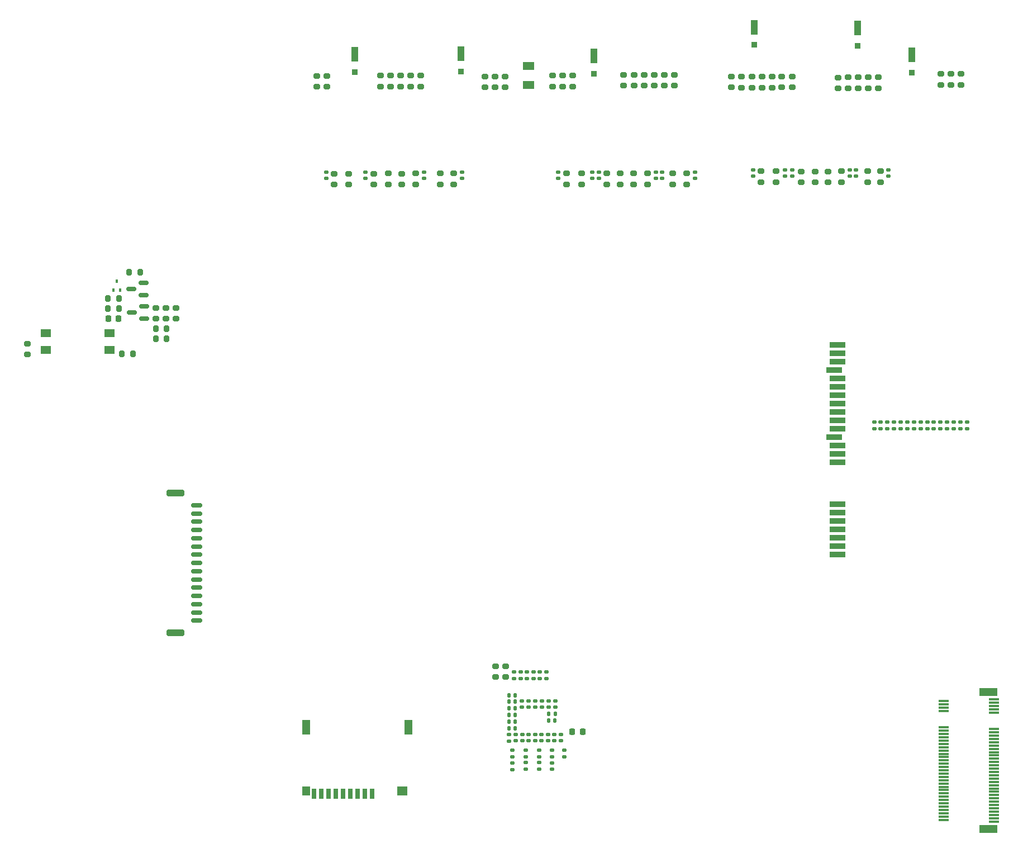
<source format=gbp>
G04 #@! TF.GenerationSoftware,KiCad,Pcbnew,8.0.0-rc1*
G04 #@! TF.CreationDate,2024-01-18T13:04:09+03:00*
G04 #@! TF.ProjectId,MXVR_3566,4d585652-5f33-4353-9636-2e6b69636164,REV1*
G04 #@! TF.SameCoordinates,Original*
G04 #@! TF.FileFunction,Paste,Bot*
G04 #@! TF.FilePolarity,Positive*
%FSLAX46Y46*%
G04 Gerber Fmt 4.6, Leading zero omitted, Abs format (unit mm)*
G04 Created by KiCad (PCBNEW 8.0.0-rc1) date 2024-01-18 13:04:09*
%MOMM*%
%LPD*%
G01*
G04 APERTURE LIST*
G04 Aperture macros list*
%AMRoundRect*
0 Rectangle with rounded corners*
0 $1 Rounding radius*
0 $2 $3 $4 $5 $6 $7 $8 $9 X,Y pos of 4 corners*
0 Add a 4 corners polygon primitive as box body*
4,1,4,$2,$3,$4,$5,$6,$7,$8,$9,$2,$3,0*
0 Add four circle primitives for the rounded corners*
1,1,$1+$1,$2,$3*
1,1,$1+$1,$4,$5*
1,1,$1+$1,$6,$7*
1,1,$1+$1,$8,$9*
0 Add four rect primitives between the rounded corners*
20,1,$1+$1,$2,$3,$4,$5,0*
20,1,$1+$1,$4,$5,$6,$7,0*
20,1,$1+$1,$6,$7,$8,$9,0*
20,1,$1+$1,$8,$9,$2,$3,0*%
G04 Aperture macros list end*
%ADD10RoundRect,0.135000X-0.185000X0.135000X-0.185000X-0.135000X0.185000X-0.135000X0.185000X0.135000X0*%
%ADD11RoundRect,0.140000X-0.170000X0.140000X-0.170000X-0.140000X0.170000X-0.140000X0.170000X0.140000X0*%
%ADD12RoundRect,0.140000X0.170000X-0.140000X0.170000X0.140000X-0.170000X0.140000X-0.170000X-0.140000X0*%
%ADD13RoundRect,0.200000X-0.275000X0.200000X-0.275000X-0.200000X0.275000X-0.200000X0.275000X0.200000X0*%
%ADD14RoundRect,0.150000X0.587500X0.150000X-0.587500X0.150000X-0.587500X-0.150000X0.587500X-0.150000X0*%
%ADD15RoundRect,0.200000X0.275000X-0.200000X0.275000X0.200000X-0.275000X0.200000X-0.275000X-0.200000X0*%
%ADD16R,1.120000X2.170000*%
%ADD17R,0.850000X0.850000*%
%ADD18RoundRect,0.135000X0.185000X-0.135000X0.185000X0.135000X-0.185000X0.135000X-0.185000X-0.135000X0*%
%ADD19RoundRect,0.218750X0.218750X0.256250X-0.218750X0.256250X-0.218750X-0.256250X0.218750X-0.256250X0*%
%ADD20RoundRect,0.140000X-0.140000X-0.170000X0.140000X-0.170000X0.140000X0.170000X-0.140000X0.170000X0*%
%ADD21RoundRect,0.140000X0.140000X0.170000X-0.140000X0.170000X-0.140000X-0.170000X0.140000X-0.170000X0*%
%ADD22RoundRect,0.200000X0.200000X0.275000X-0.200000X0.275000X-0.200000X-0.275000X0.200000X-0.275000X0*%
%ADD23R,0.700000X1.600000*%
%ADD24R,1.200000X1.400000*%
%ADD25R,1.200000X2.200000*%
%ADD26R,1.600000X1.400000*%
%ADD27R,1.800000X1.200000*%
%ADD28R,0.400000X0.510000*%
%ADD29R,1.550000X0.300000*%
%ADD30R,2.750000X1.200000*%
%ADD31RoundRect,0.150000X0.700000X-0.150000X0.700000X0.150000X-0.700000X0.150000X-0.700000X-0.150000X0*%
%ADD32RoundRect,0.250000X1.100000X-0.250000X1.100000X0.250000X-1.100000X0.250000X-1.100000X-0.250000X0*%
%ADD33R,2.400000X0.900000*%
%ADD34RoundRect,0.200000X-0.200000X-0.275000X0.200000X-0.275000X0.200000X0.275000X-0.200000X0.275000X0*%
%ADD35R,1.500000X1.250000*%
%ADD36RoundRect,0.225000X-0.225000X-0.250000X0.225000X-0.250000X0.225000X0.250000X-0.225000X0.250000X0*%
G04 APERTURE END LIST*
D10*
X187090000Y-93200000D03*
X187090000Y-94220000D03*
D11*
X139350000Y-55340000D03*
X139350000Y-56300000D03*
D12*
X134620000Y-141510000D03*
X134620000Y-140550000D03*
D13*
X108450000Y-55575000D03*
X108450000Y-57225000D03*
X116360000Y-55570000D03*
X116360000Y-57220000D03*
D11*
X119660000Y-55350000D03*
X119660000Y-56310000D03*
D10*
X191120000Y-93210000D03*
X191120000Y-94230000D03*
X196160000Y-93190000D03*
X196160000Y-94210000D03*
D12*
X128730000Y-141510000D03*
X128730000Y-140550000D03*
D14*
X71395000Y-72120000D03*
X71395000Y-74020000D03*
X69520000Y-73070000D03*
X71420000Y-75660000D03*
X71420000Y-77560000D03*
X69545000Y-76610000D03*
D11*
X133240000Y-144840000D03*
X133240000Y-145800000D03*
D15*
X53770000Y-83005000D03*
X53770000Y-81355000D03*
D11*
X104990000Y-55360000D03*
X104990000Y-56320000D03*
D13*
X167210000Y-55240000D03*
X167210000Y-56890000D03*
X151500000Y-55570000D03*
X151500000Y-57220000D03*
D15*
X145665000Y-42280000D03*
X145665000Y-40630000D03*
D12*
X127750000Y-141510000D03*
X127750000Y-140550000D03*
D11*
X131700000Y-135450000D03*
X131700000Y-136410000D03*
D16*
X163870000Y-33415000D03*
D17*
X163870000Y-36095000D03*
D18*
X194150000Y-94220000D03*
X194150000Y-93200000D03*
D13*
X163530000Y-40895000D03*
X163530000Y-42545000D03*
D10*
X186090000Y-93200000D03*
X186090000Y-94220000D03*
D19*
X137887500Y-140100000D03*
X136312500Y-140100000D03*
D10*
X184080000Y-93200000D03*
X184080000Y-94220000D03*
D13*
X145590000Y-55555000D03*
X145590000Y-57205000D03*
X126100000Y-40860000D03*
X126100000Y-42510000D03*
X111840000Y-40745000D03*
X111840000Y-42395000D03*
D18*
X129250000Y-145830000D03*
X129250000Y-144810000D03*
X195150000Y-94220000D03*
X195150000Y-93200000D03*
D11*
X133730000Y-135460000D03*
X133730000Y-136420000D03*
D13*
X168090000Y-40885000D03*
X168090000Y-42535000D03*
D20*
X126730000Y-135570000D03*
X127690000Y-135570000D03*
D13*
X183000000Y-55225000D03*
X183000000Y-56875000D03*
D12*
X126770000Y-141520000D03*
X126770000Y-140560000D03*
D15*
X124710000Y-131845000D03*
X124710000Y-130195000D03*
D21*
X127680000Y-134580000D03*
X126720000Y-134580000D03*
D12*
X132400000Y-132060000D03*
X132400000Y-131100000D03*
D13*
X173150000Y-55245000D03*
X173150000Y-56895000D03*
X182680000Y-41000000D03*
X182680000Y-42650000D03*
X134840000Y-40755000D03*
X134840000Y-42405000D03*
D22*
X74860000Y-80570000D03*
X73210000Y-80570000D03*
D15*
X76280000Y-77575000D03*
X76280000Y-75925000D03*
D22*
X69720000Y-82910000D03*
X68070000Y-82910000D03*
D13*
X171030000Y-55245000D03*
X171030000Y-56895000D03*
D15*
X73240000Y-77585000D03*
X73240000Y-75935000D03*
D13*
X118390000Y-55575000D03*
X118390000Y-57225000D03*
X193710000Y-40470000D03*
X193710000Y-42120000D03*
X161990000Y-40895000D03*
X161990000Y-42545000D03*
X136370000Y-40755000D03*
X136370000Y-42405000D03*
D12*
X131420000Y-132060000D03*
X131420000Y-131100000D03*
D20*
X126740000Y-136590000D03*
X127700000Y-136590000D03*
D13*
X195230000Y-40470000D03*
X195230000Y-42120000D03*
X141590000Y-55565000D03*
X141590000Y-57215000D03*
D12*
X131670000Y-141510000D03*
X131670000Y-140550000D03*
D13*
X100270000Y-55585000D03*
X100270000Y-57235000D03*
D16*
X139600000Y-37800000D03*
D17*
X139600000Y-40480000D03*
D23*
X106000000Y-149560000D03*
X104900000Y-149560000D03*
X103800000Y-149560000D03*
X102700000Y-149560000D03*
X101600000Y-149560000D03*
X100500000Y-149560000D03*
X99400000Y-149560000D03*
X98300000Y-149560000D03*
X97200000Y-149560000D03*
D24*
X96000000Y-149060000D03*
D25*
X96000000Y-139460000D03*
X111500000Y-139460000D03*
D26*
X110600000Y-149060000D03*
D13*
X106240000Y-55585000D03*
X106240000Y-57235000D03*
D11*
X140330000Y-55340000D03*
X140330000Y-56300000D03*
D27*
X129690000Y-42195000D03*
X129690000Y-39295000D03*
D13*
X151795000Y-40620000D03*
X151795000Y-42270000D03*
D18*
X131270000Y-145820000D03*
X131270000Y-144800000D03*
D10*
X189100000Y-93200000D03*
X189100000Y-94220000D03*
D13*
X110310000Y-40740000D03*
X110310000Y-42390000D03*
X178110000Y-41000000D03*
X178110000Y-42650000D03*
X176580000Y-41020000D03*
X176580000Y-42670000D03*
D11*
X130700000Y-135450000D03*
X130700000Y-136410000D03*
D13*
X110440000Y-55585000D03*
X110440000Y-57235000D03*
D11*
X179320000Y-55030000D03*
X179320000Y-55990000D03*
X163700000Y-55020000D03*
X163700000Y-55980000D03*
X178380000Y-55010000D03*
X178380000Y-55970000D03*
D15*
X74760000Y-77575000D03*
X74760000Y-75925000D03*
D16*
X179540000Y-33565000D03*
D17*
X179540000Y-36245000D03*
D13*
X143600000Y-55550000D03*
X143600000Y-57200000D03*
X166570000Y-40900000D03*
X166570000Y-42550000D03*
D18*
X192120000Y-94220000D03*
X192120000Y-93200000D03*
D22*
X74855000Y-79050000D03*
X73205000Y-79050000D03*
D28*
X67830000Y-73195000D03*
X66830000Y-73195000D03*
X67330000Y-71905000D03*
D29*
X200184900Y-153715000D03*
X192634900Y-153465000D03*
X200184900Y-153215000D03*
X192634900Y-152965000D03*
X200184900Y-152715000D03*
X192634900Y-152465000D03*
X200184900Y-152215000D03*
X192634900Y-151965000D03*
X200184900Y-151715000D03*
X192634900Y-151465000D03*
X200184900Y-151215000D03*
X192634900Y-150965000D03*
X200184900Y-150715000D03*
X192634900Y-150465000D03*
X200184900Y-150215000D03*
X192634900Y-149965000D03*
X200184900Y-149715000D03*
X192634900Y-149465000D03*
X200184900Y-149215000D03*
X192634900Y-148965000D03*
X200184900Y-148715000D03*
X192634900Y-148465000D03*
X200184900Y-148215000D03*
X192634900Y-147965000D03*
X200184900Y-147715000D03*
X192634900Y-147465000D03*
X200184900Y-147215000D03*
X192634900Y-146965000D03*
X200184900Y-146715000D03*
X192634900Y-146465000D03*
X200184900Y-146215000D03*
X192634900Y-145965000D03*
X200184900Y-145715000D03*
X192634900Y-145465000D03*
X200184900Y-145215000D03*
X192634900Y-144965000D03*
X200184900Y-144715000D03*
X192634900Y-144465000D03*
X200184900Y-144215000D03*
X192634900Y-143965000D03*
X200184900Y-143715000D03*
X192634900Y-143465000D03*
X200184900Y-143215000D03*
X192634900Y-142965000D03*
X200184900Y-142715000D03*
X192634900Y-142465000D03*
X200184900Y-142215000D03*
X192634900Y-141965000D03*
X200184900Y-141715000D03*
X192634900Y-141465000D03*
X200184900Y-141215000D03*
X192634900Y-140965000D03*
X200184900Y-140715000D03*
X192634900Y-140465000D03*
X200184900Y-140215000D03*
X192634900Y-139965000D03*
X200184900Y-139715000D03*
X192634900Y-139465000D03*
X200184900Y-137215000D03*
X192634900Y-136965000D03*
X200184900Y-136715000D03*
X192634900Y-136465000D03*
X200184900Y-136215000D03*
X192634900Y-135965000D03*
X200184900Y-135715000D03*
X192634900Y-135465000D03*
X200184900Y-135215000D03*
D30*
X199409900Y-154815000D03*
X199409900Y-134115000D03*
D18*
X188090000Y-94220000D03*
X188090000Y-93200000D03*
D13*
X102420000Y-55585000D03*
X102420000Y-57235000D03*
D18*
X133240000Y-143930000D03*
X133240000Y-142910000D03*
D13*
X165050000Y-40895000D03*
X165050000Y-42545000D03*
X192180000Y-40470000D03*
X192180000Y-42120000D03*
D18*
X127260000Y-145840000D03*
X127260000Y-144820000D03*
D13*
X177090000Y-55230000D03*
X177090000Y-56880000D03*
X126240000Y-130195000D03*
X126240000Y-131845000D03*
X160470000Y-40885000D03*
X160470000Y-42535000D03*
D18*
X129250000Y-143910000D03*
X129250000Y-142890000D03*
D13*
X113360000Y-40735000D03*
X113360000Y-42385000D03*
X133310000Y-40740000D03*
X133310000Y-42390000D03*
X147690000Y-55555000D03*
X147690000Y-57205000D03*
X99160000Y-40780000D03*
X99160000Y-42430000D03*
X181160000Y-41000000D03*
X181160000Y-42650000D03*
X153680000Y-55570000D03*
X153680000Y-57220000D03*
D10*
X183070000Y-93200000D03*
X183070000Y-94220000D03*
D13*
X148735000Y-40635000D03*
X148735000Y-42285000D03*
X135450000Y-55555000D03*
X135450000Y-57205000D03*
X108780000Y-40740000D03*
X108780000Y-42390000D03*
D12*
X133630000Y-141510000D03*
X133630000Y-140550000D03*
X127490000Y-132060000D03*
X127490000Y-131100000D03*
D13*
X123070000Y-40850000D03*
X123070000Y-42500000D03*
D20*
X126740000Y-137620000D03*
X127700000Y-137620000D03*
D11*
X154950000Y-55345000D03*
X154950000Y-56305000D03*
D13*
X164960000Y-55235000D03*
X164960000Y-56885000D03*
D31*
X79430000Y-123310000D03*
X79430000Y-122060000D03*
X79430000Y-120810000D03*
X79430000Y-119560000D03*
X79430000Y-118310000D03*
X79430000Y-117060000D03*
X79430000Y-115810000D03*
X79430000Y-114560000D03*
X79430000Y-113310000D03*
X79430000Y-112060000D03*
X79430000Y-110810000D03*
X79430000Y-109560000D03*
D32*
X76230000Y-125160000D03*
D31*
X79430000Y-108310000D03*
D32*
X76230000Y-103960000D03*
D31*
X79430000Y-107060000D03*
X79430000Y-105810000D03*
D10*
X185090000Y-93190000D03*
X185090000Y-94210000D03*
D13*
X175080000Y-55245000D03*
X175080000Y-56895000D03*
X112575000Y-55575000D03*
X112575000Y-57225000D03*
D33*
X176480000Y-99315000D03*
X176480000Y-98035000D03*
X176480000Y-96765000D03*
X175980000Y-95495000D03*
X176480000Y-94225000D03*
X176480000Y-92955000D03*
X176480000Y-91685000D03*
X176480000Y-90415000D03*
X176480000Y-89145000D03*
X176480000Y-87875000D03*
X176480000Y-86605000D03*
X175980000Y-85335000D03*
X176480000Y-84065000D03*
X176480000Y-82795000D03*
X176480000Y-81525000D03*
X176480000Y-113275000D03*
X176480000Y-112005000D03*
X176480000Y-110735000D03*
X176480000Y-109465000D03*
X176480000Y-108195000D03*
X176480000Y-106925000D03*
X176480000Y-105655000D03*
D11*
X169630000Y-55010000D03*
X169630000Y-55970000D03*
D16*
X103385000Y-37520000D03*
D17*
X103385000Y-40200000D03*
D34*
X65975000Y-74500000D03*
X67625000Y-74500000D03*
D16*
X187765000Y-37615000D03*
D17*
X187765000Y-40295000D03*
D13*
X97600000Y-40790000D03*
X97600000Y-42440000D03*
D10*
X193140000Y-93200000D03*
X193140000Y-94220000D03*
D11*
X148960000Y-55330000D03*
X148960000Y-56290000D03*
D12*
X129710000Y-141510000D03*
X129710000Y-140550000D03*
D21*
X127700000Y-139610000D03*
X126740000Y-139610000D03*
D15*
X147205000Y-42285000D03*
X147205000Y-40635000D03*
D13*
X181120000Y-55235000D03*
X181120000Y-56885000D03*
D11*
X134200000Y-55330000D03*
X134200000Y-56290000D03*
D20*
X126740000Y-138630000D03*
X127700000Y-138630000D03*
D10*
X190110000Y-93200000D03*
X190110000Y-94220000D03*
D13*
X124580000Y-40855000D03*
X124580000Y-42505000D03*
X144105000Y-40620000D03*
X144105000Y-42270000D03*
D11*
X128670000Y-135450000D03*
X128670000Y-136410000D03*
D13*
X169640000Y-40885000D03*
X169640000Y-42535000D03*
D34*
X65975000Y-76010000D03*
X67625000Y-76010000D03*
D21*
X133720000Y-137390000D03*
X132760000Y-137390000D03*
D16*
X119475000Y-37430000D03*
D17*
X119475000Y-40110000D03*
D12*
X129470000Y-132060000D03*
X129470000Y-131100000D03*
D11*
X135150000Y-142930000D03*
X135150000Y-143890000D03*
X184260000Y-55010000D03*
X184260000Y-55970000D03*
D13*
X150255000Y-40620000D03*
X150255000Y-42270000D03*
D22*
X70835000Y-70530000D03*
X69185000Y-70530000D03*
D11*
X132730000Y-135450000D03*
X132730000Y-136410000D03*
D12*
X132650000Y-141510000D03*
X132650000Y-140550000D03*
X130690000Y-141510000D03*
X130690000Y-140550000D03*
D11*
X168590000Y-55000000D03*
X168590000Y-55960000D03*
D21*
X133690000Y-138390000D03*
X132730000Y-138390000D03*
D18*
X131270000Y-143900000D03*
X131270000Y-142880000D03*
D11*
X99010000Y-55360000D03*
X99010000Y-56320000D03*
D35*
X56552500Y-82317500D03*
X56552500Y-79777500D03*
X66212500Y-79777500D03*
X66212500Y-82317500D03*
D13*
X179620000Y-41000000D03*
X179620000Y-42650000D03*
D11*
X113830000Y-55340000D03*
X113830000Y-56300000D03*
D36*
X66035000Y-77550000D03*
X67585000Y-77550000D03*
D18*
X127260000Y-143920000D03*
X127260000Y-142900000D03*
D13*
X107250000Y-40735000D03*
X107250000Y-42385000D03*
D11*
X182080000Y-93230000D03*
X182080000Y-94190000D03*
D12*
X130440000Y-132060000D03*
X130440000Y-131100000D03*
D13*
X137700000Y-55555000D03*
X137700000Y-57205000D03*
D12*
X128480000Y-132060000D03*
X128480000Y-131100000D03*
D11*
X129690000Y-135440000D03*
X129690000Y-136400000D03*
X149960000Y-55330000D03*
X149960000Y-56290000D03*
M02*

</source>
